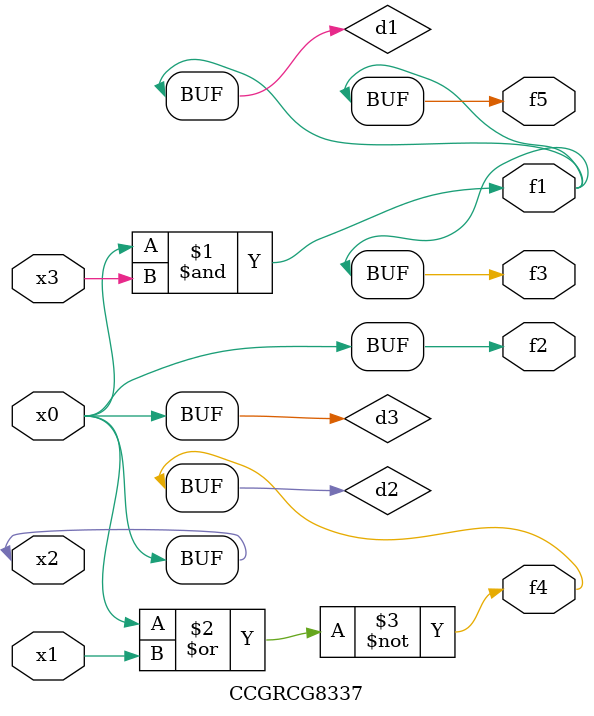
<source format=v>
module CCGRCG8337(
	input x0, x1, x2, x3,
	output f1, f2, f3, f4, f5
);

	wire d1, d2, d3;

	and (d1, x2, x3);
	nor (d2, x0, x1);
	buf (d3, x0, x2);
	assign f1 = d1;
	assign f2 = d3;
	assign f3 = d1;
	assign f4 = d2;
	assign f5 = d1;
endmodule

</source>
